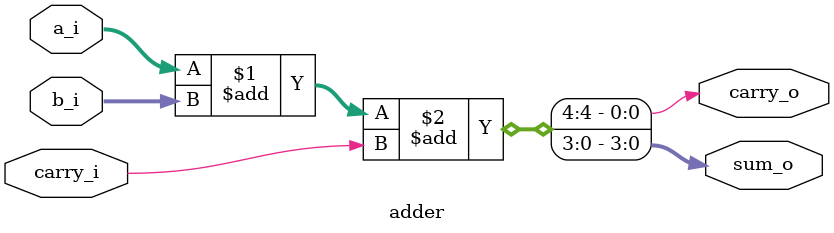
<source format=sv>
module adder #(
    parameter integer DATA_WIDTH = 4
) (
    input  logic unsigned [DATA_WIDTH - 1:0] a_i,
    input  logic unsigned [DATA_WIDTH - 1:0] b_i,
    input  logic carry_i,
    output logic unsigned [DATA_WIDTH - 1:0] sum_o,
    output logic carry_o
);

assign {carry_o, sum_o} = a_i + b_i + carry_i;

initial begin
    $dumpfile("dump.vcd");
    $dumpvars(1, adder);
end
    
endmodule
</source>
